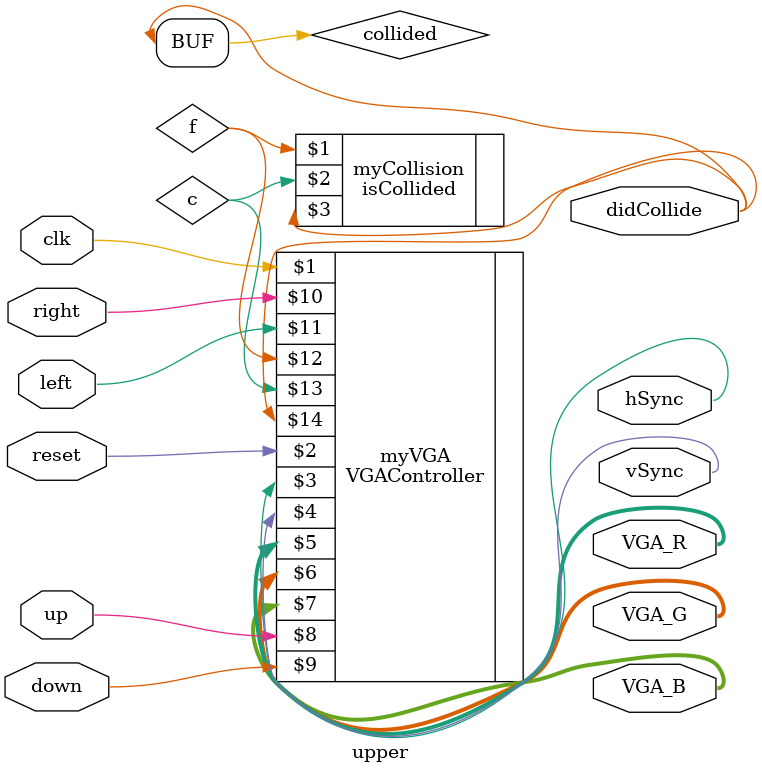
<source format=v>
module upper(
    input clk, 			// 100 MHz System Clock
	input reset, 		// Reset Signal
	output hSync, 		// H Sync Signal
	output vSync, 		// Veritcal Sync Signal
	output[3:0] VGA_R,  // Red Signal Bits
	output[3:0] VGA_G,  // Green Signal Bits
	output[3:0] VGA_B,  // Blue Signal Bits
	// inout ps2_clk,
	// inout ps2_data,
	input up,
	input down,
	input right,
	input left,
	output didCollide);

    wire f, c;
	wire collided;
	assign collided = didCollide;
    VGAController myVGA(clk, reset, hSync, vSync, VGA_R, VGA_G, VGA_B, up, down, right, left, f, c, collided);
    
    isCollided myCollision(f, c, didCollide);

endmodule
</source>
